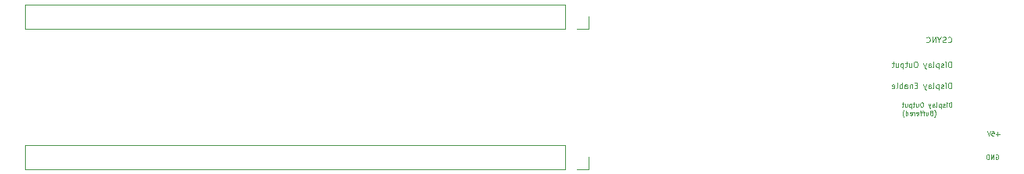
<source format=gbr>
G04 #@! TF.GenerationSoftware,KiCad,Pcbnew,(5.1.9)-1*
G04 #@! TF.CreationDate,2021-04-27T11:27:47+01:00*
G04 #@! TF.ProjectId,RGBtoHDMI Amiga Denise - solarmon - Rev 2 - TSSOP,52474274-6f48-4444-9d49-20416d696761,2 (TSSOP)*
G04 #@! TF.SameCoordinates,Original*
G04 #@! TF.FileFunction,Legend,Bot*
G04 #@! TF.FilePolarity,Positive*
%FSLAX46Y46*%
G04 Gerber Fmt 4.6, Leading zero omitted, Abs format (unit mm)*
G04 Created by KiCad (PCBNEW (5.1.9)-1) date 2021-04-27 11:27:47*
%MOMM*%
%LPD*%
G01*
G04 APERTURE LIST*
%ADD10C,0.125000*%
%ADD11C,0.120000*%
G04 APERTURE END LIST*
D10*
X209123107Y-80141000D02*
X209170726Y-80117190D01*
X209242154Y-80117190D01*
X209313583Y-80141000D01*
X209361202Y-80188619D01*
X209385011Y-80236238D01*
X209408821Y-80331476D01*
X209408821Y-80402904D01*
X209385011Y-80498142D01*
X209361202Y-80545761D01*
X209313583Y-80593380D01*
X209242154Y-80617190D01*
X209194535Y-80617190D01*
X209123107Y-80593380D01*
X209099297Y-80569571D01*
X209099297Y-80402904D01*
X209194535Y-80402904D01*
X208885011Y-80617190D02*
X208885011Y-80117190D01*
X208599297Y-80617190D01*
X208599297Y-80117190D01*
X208361202Y-80617190D02*
X208361202Y-80117190D01*
X208242154Y-80117190D01*
X208170726Y-80141000D01*
X208123107Y-80188619D01*
X208099297Y-80236238D01*
X208075488Y-80331476D01*
X208075488Y-80402904D01*
X208099297Y-80498142D01*
X208123107Y-80545761D01*
X208170726Y-80593380D01*
X208242154Y-80617190D01*
X208361202Y-80617190D01*
X209512011Y-77886714D02*
X209131059Y-77886714D01*
X209321535Y-78077190D02*
X209321535Y-77696238D01*
X208654869Y-77577190D02*
X208892964Y-77577190D01*
X208916773Y-77815285D01*
X208892964Y-77791476D01*
X208845345Y-77767666D01*
X208726297Y-77767666D01*
X208678678Y-77791476D01*
X208654869Y-77815285D01*
X208631059Y-77862904D01*
X208631059Y-77981952D01*
X208654869Y-78029571D01*
X208678678Y-78053380D01*
X208726297Y-78077190D01*
X208845345Y-78077190D01*
X208892964Y-78053380D01*
X208916773Y-78029571D01*
X208488202Y-77577190D02*
X208321535Y-78077190D01*
X208154869Y-77577190D01*
X204302844Y-74972690D02*
X204302844Y-74472690D01*
X204183797Y-74472690D01*
X204112368Y-74496500D01*
X204064749Y-74544119D01*
X204040940Y-74591738D01*
X204017130Y-74686976D01*
X204017130Y-74758404D01*
X204040940Y-74853642D01*
X204064749Y-74901261D01*
X204112368Y-74948880D01*
X204183797Y-74972690D01*
X204302844Y-74972690D01*
X203802844Y-74972690D02*
X203802844Y-74639357D01*
X203802844Y-74472690D02*
X203826654Y-74496500D01*
X203802844Y-74520309D01*
X203779035Y-74496500D01*
X203802844Y-74472690D01*
X203802844Y-74520309D01*
X203588559Y-74948880D02*
X203540940Y-74972690D01*
X203445702Y-74972690D01*
X203398083Y-74948880D01*
X203374273Y-74901261D01*
X203374273Y-74877452D01*
X203398083Y-74829833D01*
X203445702Y-74806023D01*
X203517130Y-74806023D01*
X203564749Y-74782214D01*
X203588559Y-74734595D01*
X203588559Y-74710785D01*
X203564749Y-74663166D01*
X203517130Y-74639357D01*
X203445702Y-74639357D01*
X203398083Y-74663166D01*
X203159987Y-74639357D02*
X203159987Y-75139357D01*
X203159987Y-74663166D02*
X203112368Y-74639357D01*
X203017130Y-74639357D01*
X202969511Y-74663166D01*
X202945702Y-74686976D01*
X202921892Y-74734595D01*
X202921892Y-74877452D01*
X202945702Y-74925071D01*
X202969511Y-74948880D01*
X203017130Y-74972690D01*
X203112368Y-74972690D01*
X203159987Y-74948880D01*
X202636178Y-74972690D02*
X202683797Y-74948880D01*
X202707606Y-74901261D01*
X202707606Y-74472690D01*
X202231416Y-74972690D02*
X202231416Y-74710785D01*
X202255225Y-74663166D01*
X202302844Y-74639357D01*
X202398083Y-74639357D01*
X202445702Y-74663166D01*
X202231416Y-74948880D02*
X202279035Y-74972690D01*
X202398083Y-74972690D01*
X202445702Y-74948880D01*
X202469511Y-74901261D01*
X202469511Y-74853642D01*
X202445702Y-74806023D01*
X202398083Y-74782214D01*
X202279035Y-74782214D01*
X202231416Y-74758404D01*
X202040940Y-74639357D02*
X201921892Y-74972690D01*
X201802844Y-74639357D02*
X201921892Y-74972690D01*
X201969511Y-75091738D01*
X201993321Y-75115547D01*
X202040940Y-75139357D01*
X201136178Y-74472690D02*
X201040940Y-74472690D01*
X200993321Y-74496500D01*
X200945702Y-74544119D01*
X200921892Y-74639357D01*
X200921892Y-74806023D01*
X200945702Y-74901261D01*
X200993321Y-74948880D01*
X201040940Y-74972690D01*
X201136178Y-74972690D01*
X201183797Y-74948880D01*
X201231416Y-74901261D01*
X201255225Y-74806023D01*
X201255225Y-74639357D01*
X201231416Y-74544119D01*
X201183797Y-74496500D01*
X201136178Y-74472690D01*
X200493321Y-74639357D02*
X200493321Y-74972690D01*
X200707606Y-74639357D02*
X200707606Y-74901261D01*
X200683797Y-74948880D01*
X200636178Y-74972690D01*
X200564749Y-74972690D01*
X200517130Y-74948880D01*
X200493321Y-74925071D01*
X200326654Y-74639357D02*
X200136178Y-74639357D01*
X200255225Y-74472690D02*
X200255225Y-74901261D01*
X200231416Y-74948880D01*
X200183797Y-74972690D01*
X200136178Y-74972690D01*
X199969511Y-74639357D02*
X199969511Y-75139357D01*
X199969511Y-74663166D02*
X199921892Y-74639357D01*
X199826654Y-74639357D01*
X199779035Y-74663166D01*
X199755225Y-74686976D01*
X199731416Y-74734595D01*
X199731416Y-74877452D01*
X199755225Y-74925071D01*
X199779035Y-74948880D01*
X199826654Y-74972690D01*
X199921892Y-74972690D01*
X199969511Y-74948880D01*
X199302844Y-74639357D02*
X199302844Y-74972690D01*
X199517130Y-74639357D02*
X199517130Y-74901261D01*
X199493321Y-74948880D01*
X199445702Y-74972690D01*
X199374273Y-74972690D01*
X199326654Y-74948880D01*
X199302844Y-74925071D01*
X199136178Y-74639357D02*
X198945702Y-74639357D01*
X199064749Y-74472690D02*
X199064749Y-74901261D01*
X199040940Y-74948880D01*
X198993321Y-74972690D01*
X198945702Y-74972690D01*
X202445702Y-76038166D02*
X202469511Y-76014357D01*
X202517130Y-75942928D01*
X202540940Y-75895309D01*
X202564749Y-75823880D01*
X202588559Y-75704833D01*
X202588559Y-75609595D01*
X202564749Y-75490547D01*
X202540940Y-75419119D01*
X202517130Y-75371500D01*
X202469511Y-75300071D01*
X202445702Y-75276261D01*
X202088559Y-75585785D02*
X202017130Y-75609595D01*
X201993321Y-75633404D01*
X201969511Y-75681023D01*
X201969511Y-75752452D01*
X201993321Y-75800071D01*
X202017130Y-75823880D01*
X202064749Y-75847690D01*
X202255225Y-75847690D01*
X202255225Y-75347690D01*
X202088559Y-75347690D01*
X202040940Y-75371500D01*
X202017130Y-75395309D01*
X201993321Y-75442928D01*
X201993321Y-75490547D01*
X202017130Y-75538166D01*
X202040940Y-75561976D01*
X202088559Y-75585785D01*
X202255225Y-75585785D01*
X201540940Y-75514357D02*
X201540940Y-75847690D01*
X201755225Y-75514357D02*
X201755225Y-75776261D01*
X201731416Y-75823880D01*
X201683797Y-75847690D01*
X201612368Y-75847690D01*
X201564749Y-75823880D01*
X201540940Y-75800071D01*
X201374273Y-75514357D02*
X201183797Y-75514357D01*
X201302844Y-75847690D02*
X201302844Y-75419119D01*
X201279035Y-75371500D01*
X201231416Y-75347690D01*
X201183797Y-75347690D01*
X201088559Y-75514357D02*
X200898083Y-75514357D01*
X201017130Y-75847690D02*
X201017130Y-75419119D01*
X200993321Y-75371500D01*
X200945702Y-75347690D01*
X200898083Y-75347690D01*
X200540940Y-75823880D02*
X200588559Y-75847690D01*
X200683797Y-75847690D01*
X200731416Y-75823880D01*
X200755225Y-75776261D01*
X200755225Y-75585785D01*
X200731416Y-75538166D01*
X200683797Y-75514357D01*
X200588559Y-75514357D01*
X200540940Y-75538166D01*
X200517130Y-75585785D01*
X200517130Y-75633404D01*
X200755225Y-75681023D01*
X200302844Y-75847690D02*
X200302844Y-75514357D01*
X200302844Y-75609595D02*
X200279035Y-75561976D01*
X200255225Y-75538166D01*
X200207606Y-75514357D01*
X200159987Y-75514357D01*
X199802844Y-75823880D02*
X199850463Y-75847690D01*
X199945702Y-75847690D01*
X199993321Y-75823880D01*
X200017130Y-75776261D01*
X200017130Y-75585785D01*
X199993321Y-75538166D01*
X199945702Y-75514357D01*
X199850463Y-75514357D01*
X199802844Y-75538166D01*
X199779035Y-75585785D01*
X199779035Y-75633404D01*
X200017130Y-75681023D01*
X199350463Y-75847690D02*
X199350463Y-75347690D01*
X199350463Y-75823880D02*
X199398083Y-75847690D01*
X199493321Y-75847690D01*
X199540940Y-75823880D01*
X199564749Y-75800071D01*
X199588559Y-75752452D01*
X199588559Y-75609595D01*
X199564749Y-75561976D01*
X199540940Y-75538166D01*
X199493321Y-75514357D01*
X199398083Y-75514357D01*
X199350463Y-75538166D01*
X199159987Y-76038166D02*
X199136178Y-76014357D01*
X199088559Y-75942928D01*
X199064749Y-75895309D01*
X199040940Y-75823880D01*
X199017130Y-75704833D01*
X199017130Y-75609595D01*
X199040940Y-75490547D01*
X199064749Y-75419119D01*
X199088559Y-75371500D01*
X199136178Y-75300071D01*
X199159987Y-75276261D01*
X204279036Y-72915428D02*
X204279036Y-72315428D01*
X204136179Y-72315428D01*
X204050464Y-72344000D01*
X203993321Y-72401142D01*
X203964750Y-72458285D01*
X203936179Y-72572571D01*
X203936179Y-72658285D01*
X203964750Y-72772571D01*
X203993321Y-72829714D01*
X204050464Y-72886857D01*
X204136179Y-72915428D01*
X204279036Y-72915428D01*
X203679036Y-72915428D02*
X203679036Y-72515428D01*
X203679036Y-72315428D02*
X203707607Y-72344000D01*
X203679036Y-72372571D01*
X203650464Y-72344000D01*
X203679036Y-72315428D01*
X203679036Y-72372571D01*
X203421893Y-72886857D02*
X203364750Y-72915428D01*
X203250464Y-72915428D01*
X203193321Y-72886857D01*
X203164750Y-72829714D01*
X203164750Y-72801142D01*
X203193321Y-72744000D01*
X203250464Y-72715428D01*
X203336179Y-72715428D01*
X203393321Y-72686857D01*
X203421893Y-72629714D01*
X203421893Y-72601142D01*
X203393321Y-72544000D01*
X203336179Y-72515428D01*
X203250464Y-72515428D01*
X203193321Y-72544000D01*
X202907607Y-72515428D02*
X202907607Y-73115428D01*
X202907607Y-72544000D02*
X202850464Y-72515428D01*
X202736179Y-72515428D01*
X202679036Y-72544000D01*
X202650464Y-72572571D01*
X202621893Y-72629714D01*
X202621893Y-72801142D01*
X202650464Y-72858285D01*
X202679036Y-72886857D01*
X202736179Y-72915428D01*
X202850464Y-72915428D01*
X202907607Y-72886857D01*
X202279036Y-72915428D02*
X202336179Y-72886857D01*
X202364750Y-72829714D01*
X202364750Y-72315428D01*
X201793321Y-72915428D02*
X201793321Y-72601142D01*
X201821893Y-72544000D01*
X201879036Y-72515428D01*
X201993321Y-72515428D01*
X202050464Y-72544000D01*
X201793321Y-72886857D02*
X201850464Y-72915428D01*
X201993321Y-72915428D01*
X202050464Y-72886857D01*
X202079036Y-72829714D01*
X202079036Y-72772571D01*
X202050464Y-72715428D01*
X201993321Y-72686857D01*
X201850464Y-72686857D01*
X201793321Y-72658285D01*
X201564750Y-72515428D02*
X201421893Y-72915428D01*
X201279036Y-72515428D02*
X201421893Y-72915428D01*
X201479036Y-73058285D01*
X201507607Y-73086857D01*
X201564750Y-73115428D01*
X200593321Y-72601142D02*
X200393321Y-72601142D01*
X200307607Y-72915428D02*
X200593321Y-72915428D01*
X200593321Y-72315428D01*
X200307607Y-72315428D01*
X200050464Y-72515428D02*
X200050464Y-72915428D01*
X200050464Y-72572571D02*
X200021893Y-72544000D01*
X199964750Y-72515428D01*
X199879036Y-72515428D01*
X199821893Y-72544000D01*
X199793321Y-72601142D01*
X199793321Y-72915428D01*
X199250464Y-72915428D02*
X199250464Y-72601142D01*
X199279036Y-72544000D01*
X199336179Y-72515428D01*
X199450464Y-72515428D01*
X199507607Y-72544000D01*
X199250464Y-72886857D02*
X199307607Y-72915428D01*
X199450464Y-72915428D01*
X199507607Y-72886857D01*
X199536179Y-72829714D01*
X199536179Y-72772571D01*
X199507607Y-72715428D01*
X199450464Y-72686857D01*
X199307607Y-72686857D01*
X199250464Y-72658285D01*
X198964750Y-72915428D02*
X198964750Y-72315428D01*
X198964750Y-72544000D02*
X198907607Y-72515428D01*
X198793321Y-72515428D01*
X198736179Y-72544000D01*
X198707607Y-72572571D01*
X198679036Y-72629714D01*
X198679036Y-72801142D01*
X198707607Y-72858285D01*
X198736179Y-72886857D01*
X198793321Y-72915428D01*
X198907607Y-72915428D01*
X198964750Y-72886857D01*
X198336179Y-72915428D02*
X198393321Y-72886857D01*
X198421893Y-72829714D01*
X198421893Y-72315428D01*
X197879036Y-72886857D02*
X197936179Y-72915428D01*
X198050464Y-72915428D01*
X198107607Y-72886857D01*
X198136179Y-72829714D01*
X198136179Y-72601142D01*
X198107607Y-72544000D01*
X198050464Y-72515428D01*
X197936179Y-72515428D01*
X197879036Y-72544000D01*
X197850464Y-72601142D01*
X197850464Y-72658285D01*
X198136179Y-72715428D01*
X204279036Y-70629428D02*
X204279036Y-70029428D01*
X204136179Y-70029428D01*
X204050464Y-70058000D01*
X203993322Y-70115142D01*
X203964750Y-70172285D01*
X203936179Y-70286571D01*
X203936179Y-70372285D01*
X203964750Y-70486571D01*
X203993322Y-70543714D01*
X204050464Y-70600857D01*
X204136179Y-70629428D01*
X204279036Y-70629428D01*
X203679036Y-70629428D02*
X203679036Y-70229428D01*
X203679036Y-70029428D02*
X203707607Y-70058000D01*
X203679036Y-70086571D01*
X203650464Y-70058000D01*
X203679036Y-70029428D01*
X203679036Y-70086571D01*
X203421893Y-70600857D02*
X203364750Y-70629428D01*
X203250464Y-70629428D01*
X203193322Y-70600857D01*
X203164750Y-70543714D01*
X203164750Y-70515142D01*
X203193322Y-70458000D01*
X203250464Y-70429428D01*
X203336179Y-70429428D01*
X203393322Y-70400857D01*
X203421893Y-70343714D01*
X203421893Y-70315142D01*
X203393322Y-70258000D01*
X203336179Y-70229428D01*
X203250464Y-70229428D01*
X203193322Y-70258000D01*
X202907607Y-70229428D02*
X202907607Y-70829428D01*
X202907607Y-70258000D02*
X202850464Y-70229428D01*
X202736179Y-70229428D01*
X202679036Y-70258000D01*
X202650464Y-70286571D01*
X202621893Y-70343714D01*
X202621893Y-70515142D01*
X202650464Y-70572285D01*
X202679036Y-70600857D01*
X202736179Y-70629428D01*
X202850464Y-70629428D01*
X202907607Y-70600857D01*
X202279036Y-70629428D02*
X202336179Y-70600857D01*
X202364750Y-70543714D01*
X202364750Y-70029428D01*
X201793322Y-70629428D02*
X201793322Y-70315142D01*
X201821893Y-70258000D01*
X201879036Y-70229428D01*
X201993322Y-70229428D01*
X202050464Y-70258000D01*
X201793322Y-70600857D02*
X201850464Y-70629428D01*
X201993322Y-70629428D01*
X202050464Y-70600857D01*
X202079036Y-70543714D01*
X202079036Y-70486571D01*
X202050464Y-70429428D01*
X201993322Y-70400857D01*
X201850464Y-70400857D01*
X201793322Y-70372285D01*
X201564750Y-70229428D02*
X201421893Y-70629428D01*
X201279036Y-70229428D02*
X201421893Y-70629428D01*
X201479036Y-70772285D01*
X201507607Y-70800857D01*
X201564750Y-70829428D01*
X200479036Y-70029428D02*
X200364750Y-70029428D01*
X200307607Y-70058000D01*
X200250464Y-70115142D01*
X200221893Y-70229428D01*
X200221893Y-70429428D01*
X200250464Y-70543714D01*
X200307607Y-70600857D01*
X200364750Y-70629428D01*
X200479036Y-70629428D01*
X200536179Y-70600857D01*
X200593322Y-70543714D01*
X200621893Y-70429428D01*
X200621893Y-70229428D01*
X200593322Y-70115142D01*
X200536179Y-70058000D01*
X200479036Y-70029428D01*
X199707607Y-70229428D02*
X199707607Y-70629428D01*
X199964750Y-70229428D02*
X199964750Y-70543714D01*
X199936179Y-70600857D01*
X199879036Y-70629428D01*
X199793322Y-70629428D01*
X199736179Y-70600857D01*
X199707607Y-70572285D01*
X199507607Y-70229428D02*
X199279036Y-70229428D01*
X199421893Y-70029428D02*
X199421893Y-70543714D01*
X199393322Y-70600857D01*
X199336179Y-70629428D01*
X199279036Y-70629428D01*
X199079036Y-70229428D02*
X199079036Y-70829428D01*
X199079036Y-70258000D02*
X199021893Y-70229428D01*
X198907607Y-70229428D01*
X198850464Y-70258000D01*
X198821893Y-70286571D01*
X198793322Y-70343714D01*
X198793322Y-70515142D01*
X198821893Y-70572285D01*
X198850464Y-70600857D01*
X198907607Y-70629428D01*
X199021893Y-70629428D01*
X199079036Y-70600857D01*
X198279036Y-70229428D02*
X198279036Y-70629428D01*
X198536179Y-70229428D02*
X198536179Y-70543714D01*
X198507607Y-70600857D01*
X198450464Y-70629428D01*
X198364750Y-70629428D01*
X198307607Y-70600857D01*
X198279036Y-70572285D01*
X198079036Y-70229428D02*
X197850464Y-70229428D01*
X197993322Y-70029428D02*
X197993322Y-70543714D01*
X197964750Y-70600857D01*
X197907607Y-70629428D01*
X197850464Y-70629428D01*
X203917428Y-67905285D02*
X203946000Y-67933857D01*
X204031714Y-67962428D01*
X204088857Y-67962428D01*
X204174571Y-67933857D01*
X204231714Y-67876714D01*
X204260285Y-67819571D01*
X204288857Y-67705285D01*
X204288857Y-67619571D01*
X204260285Y-67505285D01*
X204231714Y-67448142D01*
X204174571Y-67391000D01*
X204088857Y-67362428D01*
X204031714Y-67362428D01*
X203946000Y-67391000D01*
X203917428Y-67419571D01*
X203688857Y-67933857D02*
X203603142Y-67962428D01*
X203460285Y-67962428D01*
X203403142Y-67933857D01*
X203374571Y-67905285D01*
X203346000Y-67848142D01*
X203346000Y-67791000D01*
X203374571Y-67733857D01*
X203403142Y-67705285D01*
X203460285Y-67676714D01*
X203574571Y-67648142D01*
X203631714Y-67619571D01*
X203660285Y-67591000D01*
X203688857Y-67533857D01*
X203688857Y-67476714D01*
X203660285Y-67419571D01*
X203631714Y-67391000D01*
X203574571Y-67362428D01*
X203431714Y-67362428D01*
X203346000Y-67391000D01*
X202974571Y-67676714D02*
X202974571Y-67962428D01*
X203174571Y-67362428D02*
X202974571Y-67676714D01*
X202774571Y-67362428D01*
X202574571Y-67962428D02*
X202574571Y-67362428D01*
X202231714Y-67962428D01*
X202231714Y-67362428D01*
X201603142Y-67905285D02*
X201631714Y-67933857D01*
X201717428Y-67962428D01*
X201774571Y-67962428D01*
X201860285Y-67933857D01*
X201917428Y-67876714D01*
X201946000Y-67819571D01*
X201974571Y-67705285D01*
X201974571Y-67619571D01*
X201946000Y-67505285D01*
X201917428Y-67448142D01*
X201860285Y-67391000D01*
X201774571Y-67362428D01*
X201717428Y-67362428D01*
X201631714Y-67391000D01*
X201603142Y-67419571D01*
D11*
X165033000Y-81721000D02*
X165033000Y-80391000D01*
X163703000Y-81721000D02*
X165033000Y-81721000D01*
X162433000Y-81721000D02*
X162433000Y-79061000D01*
X162433000Y-79061000D02*
X103953000Y-79061000D01*
X162433000Y-81721000D02*
X103953000Y-81721000D01*
X103953000Y-81721000D02*
X103953000Y-79061000D01*
X165033000Y-66481000D02*
X165033000Y-65151000D01*
X163703000Y-66481000D02*
X165033000Y-66481000D01*
X162433000Y-66481000D02*
X162433000Y-63821000D01*
X162433000Y-63821000D02*
X103953000Y-63821000D01*
X162433000Y-66481000D02*
X103953000Y-66481000D01*
X103953000Y-66481000D02*
X103953000Y-63821000D01*
M02*

</source>
